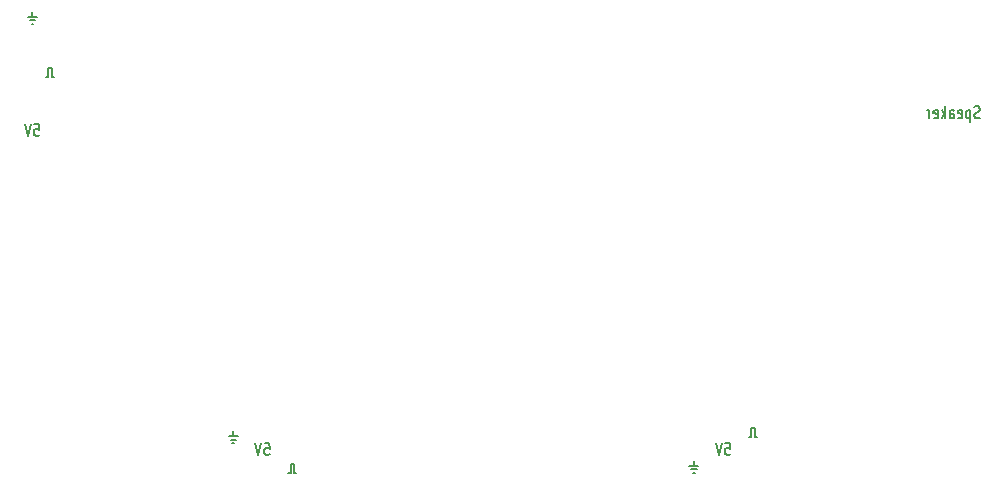
<source format=gbr>
G04 #@! TF.GenerationSoftware,KiCad,Pcbnew,7.0.4-40-g0180cb380f*
G04 #@! TF.CreationDate,2023-07-07T01:52:34-07:00*
G04 #@! TF.ProjectId,RobotOwl,526f626f-744f-4776-9c2e-6b696361645f,rev?*
G04 #@! TF.SameCoordinates,Original*
G04 #@! TF.FileFunction,Legend,Bot*
G04 #@! TF.FilePolarity,Positive*
%FSLAX46Y46*%
G04 Gerber Fmt 4.6, Leading zero omitted, Abs format (unit mm)*
G04 Created by KiCad (PCBNEW 7.0.4-40-g0180cb380f) date 2023-07-07 01:52:34*
%MOMM*%
%LPD*%
G01*
G04 APERTURE LIST*
%ADD10C,0.150000*%
G04 APERTURE END LIST*
D10*
X167380952Y-133298390D02*
X166619047Y-133298390D01*
X167228571Y-133584104D02*
X166771428Y-133584104D01*
X166999999Y-132869819D02*
X166999999Y-133298390D01*
X166923809Y-133869819D02*
X167076190Y-133869819D01*
X172342857Y-130869819D02*
X172152380Y-130869819D01*
X172152380Y-130869819D02*
X172152380Y-130107914D01*
X172152380Y-130107914D02*
X171847618Y-130107914D01*
X171847618Y-130107914D02*
X171847618Y-130869819D01*
X171847618Y-130869819D02*
X171657142Y-130869819D01*
X128380952Y-130798390D02*
X127619047Y-130798390D01*
X128228571Y-131084104D02*
X127771428Y-131084104D01*
X127999999Y-130369819D02*
X127999999Y-130798390D01*
X127923809Y-131369819D02*
X128076190Y-131369819D01*
X169652380Y-131369819D02*
X170033332Y-131369819D01*
X170033332Y-131369819D02*
X170071428Y-131846009D01*
X170071428Y-131846009D02*
X170033332Y-131798390D01*
X170033332Y-131798390D02*
X169957142Y-131750771D01*
X169957142Y-131750771D02*
X169766666Y-131750771D01*
X169766666Y-131750771D02*
X169690475Y-131798390D01*
X169690475Y-131798390D02*
X169652380Y-131846009D01*
X169652380Y-131846009D02*
X169614285Y-131941247D01*
X169614285Y-131941247D02*
X169614285Y-132179342D01*
X169614285Y-132179342D02*
X169652380Y-132274580D01*
X169652380Y-132274580D02*
X169690475Y-132322200D01*
X169690475Y-132322200D02*
X169766666Y-132369819D01*
X169766666Y-132369819D02*
X169957142Y-132369819D01*
X169957142Y-132369819D02*
X170033332Y-132322200D01*
X170033332Y-132322200D02*
X170071428Y-132274580D01*
X169385713Y-131369819D02*
X169119046Y-132369819D01*
X169119046Y-132369819D02*
X168852380Y-131369819D01*
X130652380Y-131369819D02*
X131033332Y-131369819D01*
X131033332Y-131369819D02*
X131071428Y-131846009D01*
X131071428Y-131846009D02*
X131033332Y-131798390D01*
X131033332Y-131798390D02*
X130957142Y-131750771D01*
X130957142Y-131750771D02*
X130766666Y-131750771D01*
X130766666Y-131750771D02*
X130690475Y-131798390D01*
X130690475Y-131798390D02*
X130652380Y-131846009D01*
X130652380Y-131846009D02*
X130614285Y-131941247D01*
X130614285Y-131941247D02*
X130614285Y-132179342D01*
X130614285Y-132179342D02*
X130652380Y-132274580D01*
X130652380Y-132274580D02*
X130690475Y-132322200D01*
X130690475Y-132322200D02*
X130766666Y-132369819D01*
X130766666Y-132369819D02*
X130957142Y-132369819D01*
X130957142Y-132369819D02*
X131033332Y-132322200D01*
X131033332Y-132322200D02*
X131071428Y-132274580D01*
X130385713Y-131369819D02*
X130119046Y-132369819D01*
X130119046Y-132369819D02*
X129852380Y-131369819D01*
X112842857Y-100369819D02*
X112652380Y-100369819D01*
X112652380Y-100369819D02*
X112652380Y-99607914D01*
X112652380Y-99607914D02*
X112347618Y-99607914D01*
X112347618Y-99607914D02*
X112347618Y-100369819D01*
X112347618Y-100369819D02*
X112157142Y-100369819D01*
X111152380Y-104369819D02*
X111533332Y-104369819D01*
X111533332Y-104369819D02*
X111571428Y-104846009D01*
X111571428Y-104846009D02*
X111533332Y-104798390D01*
X111533332Y-104798390D02*
X111457142Y-104750771D01*
X111457142Y-104750771D02*
X111266666Y-104750771D01*
X111266666Y-104750771D02*
X111190475Y-104798390D01*
X111190475Y-104798390D02*
X111152380Y-104846009D01*
X111152380Y-104846009D02*
X111114285Y-104941247D01*
X111114285Y-104941247D02*
X111114285Y-105179342D01*
X111114285Y-105179342D02*
X111152380Y-105274580D01*
X111152380Y-105274580D02*
X111190475Y-105322200D01*
X111190475Y-105322200D02*
X111266666Y-105369819D01*
X111266666Y-105369819D02*
X111457142Y-105369819D01*
X111457142Y-105369819D02*
X111533332Y-105322200D01*
X111533332Y-105322200D02*
X111571428Y-105274580D01*
X110885713Y-104369819D02*
X110619046Y-105369819D01*
X110619046Y-105369819D02*
X110352380Y-104369819D01*
X111380952Y-95298390D02*
X110619047Y-95298390D01*
X111228571Y-95584104D02*
X110771428Y-95584104D01*
X110999999Y-94869819D02*
X110999999Y-95298390D01*
X110923809Y-95869819D02*
X111076190Y-95869819D01*
X191209524Y-103822200D02*
X191095238Y-103869819D01*
X191095238Y-103869819D02*
X190904762Y-103869819D01*
X190904762Y-103869819D02*
X190828571Y-103822200D01*
X190828571Y-103822200D02*
X190790476Y-103774580D01*
X190790476Y-103774580D02*
X190752381Y-103679342D01*
X190752381Y-103679342D02*
X190752381Y-103584104D01*
X190752381Y-103584104D02*
X190790476Y-103488866D01*
X190790476Y-103488866D02*
X190828571Y-103441247D01*
X190828571Y-103441247D02*
X190904762Y-103393628D01*
X190904762Y-103393628D02*
X191057143Y-103346009D01*
X191057143Y-103346009D02*
X191133333Y-103298390D01*
X191133333Y-103298390D02*
X191171428Y-103250771D01*
X191171428Y-103250771D02*
X191209524Y-103155533D01*
X191209524Y-103155533D02*
X191209524Y-103060295D01*
X191209524Y-103060295D02*
X191171428Y-102965057D01*
X191171428Y-102965057D02*
X191133333Y-102917438D01*
X191133333Y-102917438D02*
X191057143Y-102869819D01*
X191057143Y-102869819D02*
X190866666Y-102869819D01*
X190866666Y-102869819D02*
X190752381Y-102917438D01*
X190409523Y-103203152D02*
X190409523Y-104203152D01*
X190409523Y-103250771D02*
X190333333Y-103203152D01*
X190333333Y-103203152D02*
X190180952Y-103203152D01*
X190180952Y-103203152D02*
X190104761Y-103250771D01*
X190104761Y-103250771D02*
X190066666Y-103298390D01*
X190066666Y-103298390D02*
X190028571Y-103393628D01*
X190028571Y-103393628D02*
X190028571Y-103679342D01*
X190028571Y-103679342D02*
X190066666Y-103774580D01*
X190066666Y-103774580D02*
X190104761Y-103822200D01*
X190104761Y-103822200D02*
X190180952Y-103869819D01*
X190180952Y-103869819D02*
X190333333Y-103869819D01*
X190333333Y-103869819D02*
X190409523Y-103822200D01*
X189380951Y-103822200D02*
X189457142Y-103869819D01*
X189457142Y-103869819D02*
X189609523Y-103869819D01*
X189609523Y-103869819D02*
X189685713Y-103822200D01*
X189685713Y-103822200D02*
X189723809Y-103726961D01*
X189723809Y-103726961D02*
X189723809Y-103346009D01*
X189723809Y-103346009D02*
X189685713Y-103250771D01*
X189685713Y-103250771D02*
X189609523Y-103203152D01*
X189609523Y-103203152D02*
X189457142Y-103203152D01*
X189457142Y-103203152D02*
X189380951Y-103250771D01*
X189380951Y-103250771D02*
X189342856Y-103346009D01*
X189342856Y-103346009D02*
X189342856Y-103441247D01*
X189342856Y-103441247D02*
X189723809Y-103536485D01*
X188657142Y-103869819D02*
X188657142Y-103346009D01*
X188657142Y-103346009D02*
X188695237Y-103250771D01*
X188695237Y-103250771D02*
X188771428Y-103203152D01*
X188771428Y-103203152D02*
X188923809Y-103203152D01*
X188923809Y-103203152D02*
X188999999Y-103250771D01*
X188657142Y-103822200D02*
X188733333Y-103869819D01*
X188733333Y-103869819D02*
X188923809Y-103869819D01*
X188923809Y-103869819D02*
X188999999Y-103822200D01*
X188999999Y-103822200D02*
X189038095Y-103726961D01*
X189038095Y-103726961D02*
X189038095Y-103631723D01*
X189038095Y-103631723D02*
X188999999Y-103536485D01*
X188999999Y-103536485D02*
X188923809Y-103488866D01*
X188923809Y-103488866D02*
X188733333Y-103488866D01*
X188733333Y-103488866D02*
X188657142Y-103441247D01*
X188276189Y-103869819D02*
X188276189Y-102869819D01*
X188199999Y-103488866D02*
X187971427Y-103869819D01*
X187971427Y-103203152D02*
X188276189Y-103584104D01*
X187323808Y-103822200D02*
X187399999Y-103869819D01*
X187399999Y-103869819D02*
X187552380Y-103869819D01*
X187552380Y-103869819D02*
X187628570Y-103822200D01*
X187628570Y-103822200D02*
X187666666Y-103726961D01*
X187666666Y-103726961D02*
X187666666Y-103346009D01*
X187666666Y-103346009D02*
X187628570Y-103250771D01*
X187628570Y-103250771D02*
X187552380Y-103203152D01*
X187552380Y-103203152D02*
X187399999Y-103203152D01*
X187399999Y-103203152D02*
X187323808Y-103250771D01*
X187323808Y-103250771D02*
X187285713Y-103346009D01*
X187285713Y-103346009D02*
X187285713Y-103441247D01*
X187285713Y-103441247D02*
X187666666Y-103536485D01*
X186942856Y-103869819D02*
X186942856Y-103203152D01*
X186942856Y-103393628D02*
X186904761Y-103298390D01*
X186904761Y-103298390D02*
X186866666Y-103250771D01*
X186866666Y-103250771D02*
X186790475Y-103203152D01*
X186790475Y-103203152D02*
X186714285Y-103203152D01*
X133342857Y-133869819D02*
X133152380Y-133869819D01*
X133152380Y-133869819D02*
X133152380Y-133107914D01*
X133152380Y-133107914D02*
X132847618Y-133107914D01*
X132847618Y-133107914D02*
X132847618Y-133869819D01*
X132847618Y-133869819D02*
X132657142Y-133869819D01*
M02*

</source>
